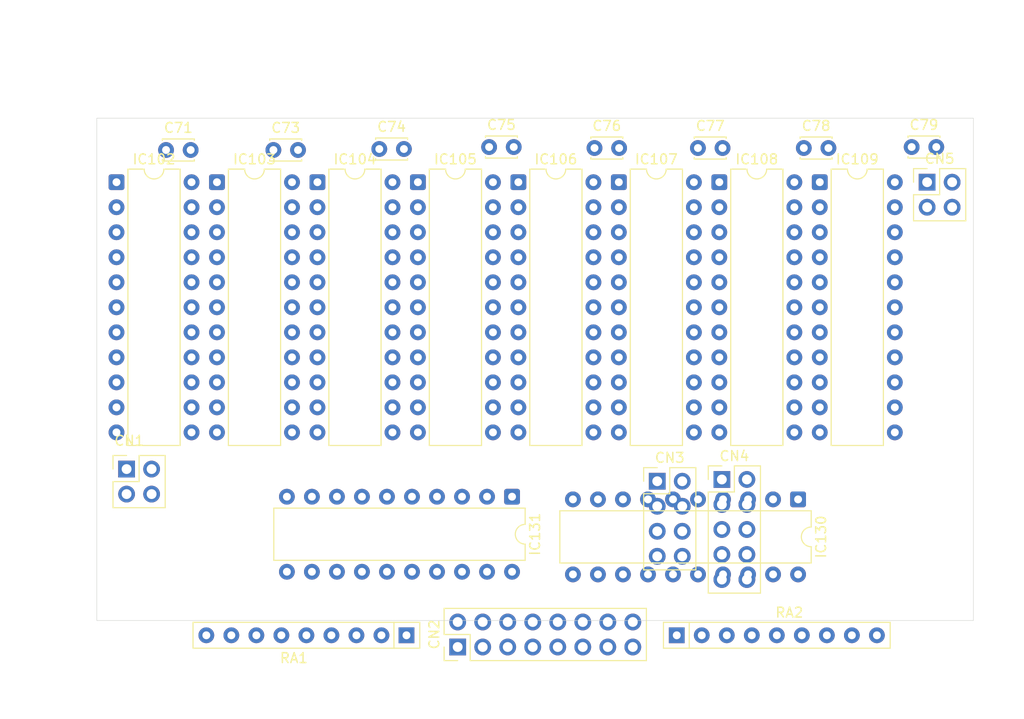
<source format=kicad_pcb>
(kicad_pcb (version 20241229) (generator "pcbnew") (generator_version "9.0")
  (layers (0 "F.Cu" signal) (2 "B.Cu" signal) (13 "F.Paste" user) (15 "B.Paste" user) (5 "F.SilkS" user "F.Silkscreen") (7 "B.SilkS" user "B.Silkscreen") (1 "F.Mask" user) (3 "B.Mask" user) (25 "Edge.Cuts" user))
  (net 0 "")
  (net 1 "/~{CS}")
  (net 2 "/A4")
  (net 3 "GND")
  (net 4 "/A7")
  (net 5 "/A3")
  (net 6 "/A6")
  (net 7 "/A0")
  (net 8 "/A9")
  (net 9 "/A8")
  (net 10 "/DOUT0")
  (net 11 "/A2")
  (net 12 "/A1")
  (net 13 "/A5")
  (net 14 "/DIN0")
  (net 15 "/~{WE}")
  (net 16 "/A10")
  (net 17 "/DOUT1")
  (net 18 "/DIN1")
  (net 19 "/DIN2")
  (net 20 "/DOUT2")
  (net 21 "/DOUT3")
  (net 22 "/DIN3")
  (net 23 "/DOUT4")
  (net 24 "/DIN4")
  (net 25 "/DIN5")
  (net 26 "/DOUT5")
  (net 27 "/DIN6")
  (net 28 "/DOUT6")
  (net 29 "/DOUT7")
  (net 30 "/DIN7")
  (net 31 "/EXT_A12")
  (net 32 "/EXT_A8")
  (net 33 "/EXT_A10")
  (net 34 "/EXT_A11")
  (net 35 "/EXT_A9")
  (net 36 "/+5V_1")
  (net 37 "/EXT_A15")
  (net 38 "/EXT_A13")
  (net 39 "/EXT_A14")
  (net 40 "/EXT_A1")
  (net 41 "/EXT_A5")
  (net 42 "/EXT_A2")
  (net 43 "/EXT_A6")
  (net 44 "/EXT_A3")
  (net 45 "/EXT_A7")
  (net 46 "/EXT_A4")
  (net 47 "/EXT_A0")
  (net 50 "/+5V_2")
  (net 51 "/A11")
  (net 52 "/A15")
  (net 53 "/A13")
  (net 54 "/A14")
  (net 55 "/A12")
  (footprint "Connector_PinHeader_2.54mm:PinHeader_2x02_P2.54mm_Vertical" (layer "F.Cu") (at 184.3 86.5)
    (property "Reference" "CN5" (at 1.27 -2.38 0) (layer "F.SilkS"))
    (property "Value" "Conn_02x02_Odd_Even")
    (pad "1" thru_hole rect (at 0 0) (size 1.7 1.7) (drill 1) (layers "*.Cu" "*.Mask") (net 50 "/+5V_2"))
    (pad "2" thru_hole circle (at 2.54 0) (size 1.7 1.7) (drill 1) (layers "*.Cu" "*.Mask") (net 36 "/+5V_1"))
    (pad "3" thru_hole circle (at 0 2.54) (size 1.7 1.7) (drill 1) (layers "*.Cu" "*.Mask") (net 3 "GND"))
    (pad "4" thru_hole circle (at 2.54 2.54) (size 1.7 1.7) (drill 1) (layers "*.Cu" "*.Mask") (net 3 "GND"))
  )
  (footprint "Package_DIP:DIP-22_W7.62mm" (layer "F.Cu") (at 173.4 86.5)
    (property "Reference" "IC109" (at 3.81 -2.33 0) (layer "F.SilkS"))
    (property "Value" "MB81C71")
    (pad "1" thru_hole roundrect (at 0 0) (size 1.6 1.6) (drill 0.8) (layers "*.Cu" "*.Mask") (roundrect_rratio 0.15625) (net 7 "/A0"))
    (pad "2" thru_hole circle (at 0 2.54) (size 1.6 1.6) (drill 0.8) (layers "*.Cu" "*.Mask") (net 12 "/A1"))
    (pad "3" thru_hole circle (at 0 5.08) (size 1.6 1.6) (drill 0.8) (layers "*.Cu" "*.Mask") (net 11 "/A2"))
    (pad "4" thru_hole circle (at 0 7.62) (size 1.6 1.6) (drill 0.8) (layers "*.Cu" "*.Mask") (net 5 "/A3"))
    (pad "5" thru_hole circle (at 0 10.16) (size 1.6 1.6) (drill 0.8) (layers "*.Cu" "*.Mask") (net 2 "/A4"))
    (pad "6" thru_hole circle (at 0 12.7) (size 1.6 1.6) (drill 0.8) (layers "*.Cu" "*.Mask") (net 13 "/A5"))
    (pad "7" thru_hole circle (at 0 15.24) (size 1.6 1.6) (drill 0.8) (layers "*.Cu" "*.Mask") (net 6 "/A6"))
    (pad "8" thru_hole circle (at 0 17.78) (size 1.6 1.6) (drill 0.8) (layers "*.Cu" "*.Mask") (net 4 "/A7"))
    (pad "9" thru_hole circle (at 0 20.32) (size 1.6 1.6) (drill 0.8) (layers "*.Cu" "*.Mask") (net 30 "/DIN7"))
    (pad "10" thru_hole circle (at 0 22.86) (size 1.6 1.6) (drill 0.8) (layers "*.Cu" "*.Mask") (net 1 "/~{CS}"))
    (pad "11" thru_hole circle (at 0 25.4) (size 1.6 1.6) (drill 0.8) (layers "*.Cu" "*.Mask") (net 3 "GND"))
    (pad "12" thru_hole circle (at 7.62 25.4) (size 1.6 1.6) (drill 0.8) (layers "*.Cu" "*.Mask") (net 15 "/~{WE}"))
    (pad "13" thru_hole circle (at 7.62 22.86) (size 1.6 1.6) (drill 0.8) (layers "*.Cu" "*.Mask") (net 29 "/DOUT7"))
    (pad "14" thru_hole circle (at 7.62 20.32) (size 1.6 1.6) (drill 0.8) (layers "*.Cu" "*.Mask") (net 9 "/A8"))
    (pad "15" thru_hole circle (at 7.62 17.78) (size 1.6 1.6) (drill 0.8) (layers "*.Cu" "*.Mask") (net 8 "/A9"))
    (pad "16" thru_hole circle (at 7.62 15.24) (size 1.6 1.6) (drill 0.8) (layers "*.Cu" "*.Mask") (net 16 "/A10"))
    (pad "17" thru_hole circle (at 7.62 12.7) (size 1.6 1.6) (drill 0.8) (layers "*.Cu" "*.Mask") (net 51 "/A11"))
    (pad "18" thru_hole circle (at 7.62 10.16) (size 1.6 1.6) (drill 0.8) (layers "*.Cu" "*.Mask") (net 55 "/A12"))
    (pad "19" thru_hole circle (at 7.62 7.62) (size 1.6 1.6) (drill 0.8) (layers "*.Cu" "*.Mask") (net 53 "/A13"))
    (pad "20" thru_hole circle (at 7.62 5.08) (size 1.6 1.6) (drill 0.8) (layers "*.Cu" "*.Mask") (net 54 "/A14"))
    (pad "21" thru_hole circle (at 7.62 2.54) (size 1.6 1.6) (drill 0.8) (layers "*.Cu" "*.Mask") (net 52 "/A15"))
    (pad "22" thru_hole circle (at 7.62 0) (size 1.6 1.6) (drill 0.8) (layers "*.Cu" "*.Mask") (net 50 "/+5V_2"))
  )
  (footprint "Capacitor_THT:C_Disc_D3.0mm_W2.0mm_P2.50mm" (layer "F.Cu") (at 161.03 83.03)
    (property "Reference" "C77" (at 1.25 -2.25 0) (layer "F.SilkS"))
    (property "Value" "100n")
    (pad "1" thru_hole circle (at 0 0) (size 1.6 1.6) (drill 0.8) (layers "*.Cu" "*.Mask") (net 3 "GND"))
    (pad "2" thru_hole circle (at 2.5 0) (size 1.6 1.6) (drill 0.8) (layers "*.Cu" "*.Mask") (net 50 "/+5V_2"))
  )
  (footprint "Package_DIP:DIP-22_W7.62mm" (layer "F.Cu") (at 153 86.5)
    (property "Reference" "IC107" (at 3.81 -2.33 0) (layer "F.SilkS"))
    (property "Value" "MB81C71")
    (pad "1" thru_hole roundrect (at 0 0) (size 1.6 1.6) (drill 0.8) (layers "*.Cu" "*.Mask") (roundrect_rratio 0.15625) (net 7 "/A0"))
    (pad "2" thru_hole circle (at 0 2.54) (size 1.6 1.6) (drill 0.8) (layers "*.Cu" "*.Mask") (net 12 "/A1"))
    (pad "3" thru_hole circle (at 0 5.08) (size 1.6 1.6) (drill 0.8) (layers "*.Cu" "*.Mask") (net 11 "/A2"))
    (pad "4" thru_hole circle (at 0 7.62) (size 1.6 1.6) (drill 0.8) (layers "*.Cu" "*.Mask") (net 5 "/A3"))
    (pad "5" thru_hole circle (at 0 10.16) (size 1.6 1.6) (drill 0.8) (layers "*.Cu" "*.Mask") (net 2 "/A4"))
    (pad "6" thru_hole circle (at 0 12.7) (size 1.6 1.6) (drill 0.8) (layers "*.Cu" "*.Mask") (net 13 "/A5"))
    (pad "7" thru_hole circle (at 0 15.24) (size 1.6 1.6) (drill 0.8) (layers "*.Cu" "*.Mask") (net 6 "/A6"))
    (pad "8" thru_hole circle (at 0 17.78) (size 1.6 1.6) (drill 0.8) (layers "*.Cu" "*.Mask") (net 4 "/A7"))
    (pad "9" thru_hole circle (at 0 20.32) (size 1.6 1.6) (drill 0.8) (layers "*.Cu" "*.Mask") (net 25 "/DIN5"))
    (pad "10" thru_hole circle (at 0 22.86) (size 1.6 1.6) (drill 0.8) (layers "*.Cu" "*.Mask") (net 1 "/~{CS}"))
    (pad "11" thru_hole circle (at 0 25.4) (size 1.6 1.6) (drill 0.8) (layers "*.Cu" "*.Mask") (net 3 "GND"))
    (pad "12" thru_hole circle (at 7.62 25.4) (size 1.6 1.6) (drill 0.8) (layers "*.Cu" "*.Mask") (net 15 "/~{WE}"))
    (pad "13" thru_hole circle (at 7.62 22.86) (size 1.6 1.6) (drill 0.8) (layers "*.Cu" "*.Mask") (net 26 "/DOUT5"))
    (pad "14" thru_hole circle (at 7.62 20.32) (size 1.6 1.6) (drill 0.8) (layers "*.Cu" "*.Mask") (net 9 "/A8"))
    (pad "15" thru_hole circle (at 7.62 17.78) (size 1.6 1.6) (drill 0.8) (layers "*.Cu" "*.Mask") (net 8 "/A9"))
    (pad "16" thru_hole circle (at 7.62 15.24) (size 1.6 1.6) (drill 0.8) (layers "*.Cu" "*.Mask") (net 16 "/A10"))
    (pad "17" thru_hole circle (at 7.62 12.7) (size 1.6 1.6) (drill 0.8) (layers "*.Cu" "*.Mask") (net 51 "/A11"))
    (pad "18" thru_hole circle (at 7.62 10.16) (size 1.6 1.6) (drill 0.8) (layers "*.Cu" "*.Mask") (net 55 "/A12"))
    (pad "19" thru_hole circle (at 7.62 7.62) (size 1.6 1.6) (drill 0.8) (layers "*.Cu" "*.Mask") (net 53 "/A13"))
    (pad "20" thru_hole circle (at 7.62 5.08) (size 1.6 1.6) (drill 0.8) (layers "*.Cu" "*.Mask") (net 54 "/A14"))
    (pad "21" thru_hole circle (at 7.62 2.54) (size 1.6 1.6) (drill 0.8) (layers "*.Cu" "*.Mask") (net 52 "/A15"))
    (pad "22" thru_hole circle (at 7.62 0) (size 1.6 1.6) (drill 0.8) (layers "*.Cu" "*.Mask") (net 50 "/+5V_2"))
  )
  (footprint "Capacitor_THT:C_Disc_D3.0mm_W2.0mm_P2.50mm" (layer "F.Cu") (at 150.53 83.03)
    (property "Reference" "C76" (at 1.25 -2.25 0) (layer "F.SilkS"))
    (property "Value" "100n")
    (pad "1" thru_hole circle (at 0 0) (size 1.6 1.6) (drill 0.8) (layers "*.Cu" "*.Mask") (net 3 "GND"))
    (pad "2" thru_hole circle (at 2.5 0) (size 1.6 1.6) (drill 0.8) (layers "*.Cu" "*.Mask") (net 50 "/+5V_2"))
  )
  (footprint "Capacitor_THT:C_Disc_D3.0mm_W2.0mm_P2.50mm" (layer "F.Cu") (at 182.73 82.93)
    (property "Reference" "C79" (at 1.25 -2.25 0) (layer "F.SilkS"))
    (property "Value" "100n")
    (pad "1" thru_hole circle (at 0 0) (size 1.6 1.6) (drill 0.8) (layers "*.Cu" "*.Mask") (net 3 "GND"))
    (pad "2" thru_hole circle (at 2.5 0) (size 1.6 1.6) (drill 0.8) (layers "*.Cu" "*.Mask") (net 50 "/+5V_2"))
  )
  (footprint "Package_DIP:DIP-22_W7.62mm" (layer "F.Cu") (at 102 86.5)
    (property "Reference" "IC102" (at 3.81 -2.33 0) (layer "F.SilkS"))
    (property "Value" "MB81C71")
    (pad "1" thru_hole roundrect (at 0 0) (size 1.6 1.6) (drill 0.8) (layers "*.Cu" "*.Mask") (roundrect_rratio 0.15625) (net 7 "/A0"))
    (pad "2" thru_hole circle (at 0 2.54) (size 1.6 1.6) (drill 0.8) (layers "*.Cu" "*.Mask") (net 12 "/A1"))
    (pad "3" thru_hole circle (at 0 5.08) (size 1.6 1.6) (drill 0.8) (layers "*.Cu" "*.Mask") (net 11 "/A2"))
    (pad "4" thru_hole circle (at 0 7.62) (size 1.6 1.6) (drill 0.8) (layers "*.Cu" "*.Mask") (net 5 "/A3"))
    (pad "5" thru_hole circle (at 0 10.16) (size 1.6 1.6) (drill 0.8) (layers "*.Cu" "*.Mask") (net 2 "/A4"))
    (pad "6" thru_hole circle (at 0 12.7) (size 1.6 1.6) (drill 0.8) (layers "*.Cu" "*.Mask") (net 13 "/A5"))
    (pad "7" thru_hole circle (at 0 15.24) (size 1.6 1.6) (drill 0.8) (layers "*.Cu" "*.Mask") (net 6 "/A6"))
    (pad "8" thru_hole circle (at 0 17.78) (size 1.6 1.6) (drill 0.8) (layers "*.Cu" "*.Mask") (net 4 "/A7"))
    (pad "9" thru_hole circle (at 0 20.32) (size 1.6 1.6) (drill 0.8) (layers "*.Cu" "*.Mask") (net 14 "/DIN0"))
    (pad "10" thru_hole circle (at 0 22.86) (size 1.6 1.6) (drill 0.8) (layers "*.Cu" "*.Mask") (net 1 "/~{CS}"))
    (pad "11" thru_hole circle (at 0 25.4) (size 1.6 1.6) (drill 0.8) (layers "*.Cu" "*.Mask") (net 3 "GND"))
    (pad "12" thru_hole circle (at 7.62 25.4) (size 1.6 1.6) (drill 0.8) (layers "*.Cu" "*.Mask") (net 15 "/~{WE}"))
    (pad "13" thru_hole circle (at 7.62 22.86) (size 1.6 1.6) (drill 0.8) (layers "*.Cu" "*.Mask") (net 10 "/DOUT0"))
    (pad "14" thru_hole circle (at 7.62 20.32) (size 1.6 1.6) (drill 0.8) (layers "*.Cu" "*.Mask") (net 9 "/A8"))
    (pad "15" thru_hole circle (at 7.62 17.78) (size 1.6 1.6) (drill 0.8) (layers "*.Cu" "*.Mask") (net 8 "/A9"))
    (pad "16" thru_hole circle (at 7.62 15.24) (size 1.6 1.6) (drill 0.8) (layers "*.Cu" "*.Mask") (net 16 "/A10"))
    (pad "17" thru_hole circle (at 7.62 12.7) (size 1.6 1.6) (drill 0.8) (layers "*.Cu" "*.Mask") (net 51 "/A11"))
    (pad "18" thru_hole circle (at 7.62 10.16) (size 1.6 1.6) (drill 0.8) (layers "*.Cu" "*.Mask") (net 55 "/A12"))
    (pad "19" thru_hole circle (at 7.62 7.62) (size 1.6 1.6) (drill 0.8) (layers "*.Cu" "*.Mask") (net 53 "/A13"))
    (pad "20" thru_hole circle (at 7.62 5.08) (size 1.6 1.6) (drill 0.8) (layers "*.Cu" "*.Mask") (net 54 "/A14"))
    (pad "21" thru_hole circle (at 7.62 2.54) (size 1.6 1.6) (drill 0.8) (layers "*.Cu" "*.Mask") (net 52 "/A15"))
    (pad "22" thru_hole circle (at 7.62 0) (size 1.6 1.6) (drill 0.8) (layers "*.Cu" "*.Mask") (net 36 "/+5V_1"))
  )
  (footprint "Package_DIP:DIP-22_W7.62mm" (layer "F.Cu") (at 142.8 86.5)
    (property "Reference" "IC106" (at 3.81 -2.33 0) (layer "F.SilkS"))
    (property "Value" "MB81C71")
    (pad "1" thru_hole roundrect (at 0 0) (size 1.6 1.6) (drill 0.8) (layers "*.Cu" "*.Mask") (roundrect_rratio 0.15625) (net 7 "/A0"))
    (pad "2" thru_hole circle (at 0 2.54) (size 1.6 1.6) (drill 0.8) (layers "*.Cu" "*.Mask") (net 12 "/A1"))
    (pad "3" thru_hole circle (at 0 5.08) (size 1.6 1.6) (drill 0.8) (layers "*.Cu" "*.Mask") (net 11 "/A2"))
    (pad "4" thru_hole circle (at 0 7.62) (size 1.6 1.6) (drill 0.8) (layers "*.Cu" "*.Mask") (net 5 "/A3"))
    (pad "5" thru_hole circle (at 0 10.16) (size 1.6 1.6) (drill 0.8) (layers "*.Cu" "*.Mask") (net 2 "/A4"))
    (pad "6" thru_hole circle (at 0 12.7) (size 1.6 1.6) (drill 0.8) (layers "*.Cu" "*.Mask") (net 13 "/A5"))
    (pad "7" thru_hole circle (at 0 15.24) (size 1.6 1.6) (drill 0.8) (layers "*.Cu" "*.Mask") (net 6 "/A6"))
    (pad "8" thru_hole circle (at 0 17.78) (size 1.6 1.6) (drill 0.8) (layers "*.Cu" "*.Mask") (net 4 "/A7"))
    (pad "9" thru_hole circle (at 0 20.32) (size 1.6 1.6) (drill 0.8) (layers "*.Cu" "*.Mask") (net 24 "/DIN4"))
    (pad "10" thru_hole circle (at 0 22.86) (size 1.6 1.6) (drill 0.8) (layers "*.Cu" "*.Mask") (net 1 "/~{CS}"))
    (pad "11" thru_hole circle (at 0 25.4) (size 1.6 1.6) (drill 0.8) (layers "*.Cu" "*.Mask") (net 3 "GND"))
    (pad "12" thru_hole circle (at 7.62 25.4) (size 1.6 1.6) (drill 0.8) (layers "*.Cu" "*.Mask") (net 15 "/~{WE}"))
    (pad "13" thru_hole circle (at 7.62 22.86) (size 1.6 1.6) (drill 0.8) (layers "*.Cu" "*.Mask") (net 23 "/DOUT4"))
    (pad "14" thru_hole circle (at 7.62 20.32) (size 1.6 1.6) (drill 0.8) (layers "*.Cu" "*.Mask") (net 9 "/A8"))
    (pad "15" thru_hole circle (at 7.62 17.78) (size 1.6 1.6) (drill 0.8) (layers "*.Cu" "*.Mask") (net 8 "/A9"))
    (pad "16" thru_hole circle (at 7.62 15.24) (size 1.6 1.6) (drill 0.8) (layers "*.Cu" "*.Mask") (net 16 "/A10"))
    (pad "17" thru_hole circle (at 7.62 12.7) (size 1.6 1.6) (drill 0.8) (layers "*.Cu" "*.Mask") (net 51 "/A11"))
    (pad "18" thru_hole circle (at 7.62 10.16) (size 1.6 1.6) (drill 0.8) (layers "*.Cu" "*.Mask") (net 55 "/A12"))
    (pad "19" thru_hole circle (at 7.62 7.62) (size 1.6 1.6) (drill 0.8) (layers "*.Cu" "*.Mask") (net 53 "/A13"))
    (pad "20" thru_hole circle (at 7.62 5.08) (size 1.6 1.6) (drill 0.8) (layers "*.Cu" "*.Mask") (net 54 "/A14"))
    (pad "21" thru_hole circle (at 7.62 2.54) (size 1.6 1.6) (drill 0.8) (layers "*.Cu" "*.Mask") (net 52 "/A15"))
    (pad "22" thru_hole circle (at 7.62 0) (size 1.6 1.6) (drill 0.8) (layers "*.Cu" "*.Mask") (net 50 "/+5V_2"))
  )
  (footprint "Package_DIP:DIP-22_W7.62mm" (layer "F.Cu") (at 132.6 86.5)
    (property "Reference" "IC105" (at 3.81 -2.33 0) (layer "F.SilkS"))
    (property "Value" "MB81C71")
    (pad "1" thru_hole roundrect (at 0 0) (size 1.6 1.6) (drill 0.8) (layers "*.Cu" "*.Mask") (roundrect_rratio 0.15625) (net 7 "/A0"))
    (pad "2" thru_hole circle (at 0 2.54) (size 1.6 1.6) (drill 0.8) (layers "*.Cu" "*.Mask") (net 12 "/A1"))
    (pad "3" thru_hole circle (at 0 5.08) (size 1.6 1.6) (drill 0.8) (layers "*.Cu" "*.Mask") (net 11 "/A2"))
    (pad "4" thru_hole circle (at 0 7.62) (size 1.6 1.6) (drill 0.8) (layers "*.Cu" "*.Mask") (net 5 "/A3"))
    (pad "5" thru_hole circle (at 0 10.16) (size 1.6 1.6) (drill 0.8) (layers "*.Cu" "*.Mask") (net 2 "/A4"))
    (pad "6" thru_hole circle (at 0 12.7) (size 1.6 1.6) (drill 0.8) (layers "*.Cu" "*.Mask") (net 13 "/A5"))
    (pad "7" thru_hole circle (at 0 15.24) (size 1.6 1.6) (drill 0.8) (layers "*.Cu" "*.Mask") (net 6 "/A6"))
    (pad "8" thru_hole circle (at 0 17.78) (size 1.6 1.6) (drill 0.8) (layers "*.Cu" "*.Mask") (net 4 "/A7"))
    (pad "9" thru_hole circle (at 0 20.32) (size 1.6 1.6) (drill 0.8) (layers "*.Cu" "*.Mask") (net 22 "/DIN3"))
    (pad "10" thru_hole circle (at 0 22.86) (size 1.6 1.6) (drill 0.8) (layers "*.Cu" "*.Mask") (net 1 "/~{CS}"))
    (pad "11" thru_hole circle (at 0 25.4) (size 1.6 1.6) (drill 0.8) (layers "*.Cu" "*.Mask") (net 3 "GND"))
    (pad "12" thru_hole circle (at 7.62 25.4) (size 1.6 1.6) (drill 0.8) (layers "*.Cu" "*.Mask") (net 15 "/~{WE}"))
    (pad "13" thru_hole circle (at 7.62 22.86) (size 1.6 1.6) (drill 0.8) (layers "*.Cu" "*.Mask") (net 21 "/DOUT3"))
    (pad "14" thru_hole circle (at 7.62 20.32) (size 1.6 1.6) (drill 0.8) (layers "*.Cu" "*.Mask") (net 9 "/A8"))
    (pad "15" thru_hole circle (at 7.62 17.78) (size 1.6 1.6) (drill 0.8) (layers "*.Cu" "*.Mask") (net 8 "/A9"))
    (pad "16" thru_hole circle (at 7.62 15.24) (size 1.6 1.6) (drill 0.8) (layers "*.Cu" "*.Mask") (net 16 "/A10"))
    (pad "17" thru_hole circle (at 7.62 12.7) (size 1.6 1.6) (drill 0.8) (layers "*.Cu" "*.Mask") (net 51 "/A11"))
    (pad "18" thru_hole circle (at 7.62 10.16) (size 1.6 1.6) (drill 0.8) (layers "*.Cu" "*.Mask") (net 55 "/A12"))
    (pad "19" thru_hole circle (at 7.62 7.62) (size 1.6 1.6) (drill 0.8) (layers "*.Cu" "*.Mask") (net 53 "/A13"))
    (pad "20" thru_hole circle (at 7.62 5.08) (size 1.6 1.6) (drill 0.8) (layers "*.Cu" "*.Mask") (net 54 "/A14"))
    (pad "21" thru_hole circle (at 7.62 2.54) (size 1.6 1.6) (drill 0.8) (layers "*.Cu" "*.Mask") (net 52 "/A15"))
    (pad "22" thru_hole circle (at 7.62 0) (size 1.6 1.6) (drill 0.8) (layers "*.Cu" "*.Mask") (net 36 "/+5V_1"))
  )
  (footprint "Package_DIP:DIP-22_W7.62mm" (layer "F.Cu") (at 112.2 86.5)
    (property "Reference" "IC103" (at 3.81 -2.33 0) (layer "F.SilkS"))
    (property "Value" "MB81C71")
    (pad "1" thru_hole roundrect (at 0 0) (size 1.6 1.6) (drill 0.8) (layers "*.Cu" "*.Mask") (roundrect_rratio 0.15625) (net 7 "/A0"))
    (pad "2" thru_hole circle (at 0 2.54) (size 1.6 1.6) (drill 0.8) (layers "*.Cu" "*.Mask") (net 12 "/A1"))
    (pad "3" thru_hole circle (at 0 5.08) (size 1.6 1.6) (drill 0.8) (layers "*.Cu" "*.Mask") (net 11 "/A2"))
    (pad "4" thru_hole circle (at 0 7.62) (size 1.6 1.6) (drill 0.8) (layers "*.Cu" "*.Mask") (net 5 "/A3"))
    (pad "5" thru_hole circle (at 0 10.16) (size 1.6 1.6) (drill 0.8) (layers "*.Cu" "*.Mask") (net 2 "/A4"))
    (pad "6" thru_hole circle (at 0 12.7) (size 1.6 1.6) (drill 0.8) (layers "*.Cu" "*.Mask") (net 13 "/A5"))
    (pad "7" thru_hole circle (at 0 15.24) (size 1.6 1.6) (drill 0.8) (layers "*.Cu" "*.Mask") (net 6 "/A6"))
    (pad "8" thru_hole circle (at 0 17.78) (size 1.6 1.6) (drill 0.8) (layers "*.Cu" "*.Mask") (net 4 "/A7"))
    (pad "9" thru_hole circle (at 0 20.32) (size 1.6 1.6) (drill 0.8) (layers "*.Cu" "*.Mask") (net 18 "/DIN1"))
    (pad "10" thru_hole circle (at 0 22.86) (size 1.6 1.6) (drill 0.8) (layers "*.Cu" "*.Mask") (net 1 "/~{CS}"))
    (pad "11" thru_hole circle (at 0 25.4) (size 1.6 1.6) (drill 0.8) (layers "*.Cu" "*.Mask") (net 3 "GND"))
    (pad "12" thru_hole circle (at 7.62 25.4) (size 1.6 1.6) (drill 0.8) (layers "*.Cu" "*.Mask") (net 15 "/~{WE}"))
    (pad "13" thru_hole circle (at 7.62 22.86) (size 1.6 1.6) (drill 0.8) (layers "*.Cu" "*.Mask") (net 17 "/DOUT1"))
    (pad "14" thru_hole circle (at 7.62 20.32) (size 1.6 1.6) (drill 0.8) (layers "*.Cu" "*.Mask") (net 9 "/A8"))
    (pad "15" thru_hole circle (at 7.62 17.78) (size 1.6 1.6) (drill 0.8) (layers "*.Cu" "*.Mask") (net 8 "/A9"))
    (pad "16" thru_hole circle (at 7.62 15.24) (size 1.6 1.6) (drill 0.8) (layers "*.Cu" "*.Mask") (net 16 "/A10"))
    (pad "17" thru_hole circle (at 7.62 12.7) (size 1.6 1.6) (drill 0.8) (layers "*.Cu" "*.Mask") (net 51 "/A11"))
    (pad "18" thru_hole circle (at 7.62 10.16) (size 1.6 1.6) (drill 0.8) (layers "*.Cu" "*.Mask") (net 55 "/A12"))
    (pad "19" thru_hole circle (at 7.62 7.62) (size 1.6 1.6) (drill 0.8) (layers "*.Cu" "*.Mask") (net 53 "/A13"))
    (pad "20" thru_hole circle (at 7.62 5.08) (size 1.6 1.6) (drill 0.8) (layers "*.Cu" "*.Mask") (net 54 "/A14"))
    (pad "21" thru_hole circle (at 7.62 2.54) (size 1.6 1.6) (drill 0.8) (layers "*.Cu" "*.Mask") (net 52 "/A15"))
    (pad "22" thru_hole circle (at 7.62 0) (size 1.6 1.6) (drill 0.8) (layers "*.Cu" "*.Mask") (net 36 "/+5V_1"))
  )
  (footprint "Connector_PinHeader_2.54mm:PinHeader_2x04_P2.54mm_Vertical" (layer "F.Cu") (at 156.9 116.86)
    (property "Reference" "CN3" (at 1.27 -2.38 0) (layer "F.SilkS"))
    (property "Value" "Conn_02x04_Odd_Even")
    (pad "1" thru_hole rect (at 0 0) (size 1.7 1.7) (drill 1) (layers "*.Cu" "*.Mask") (net 17 "/DOUT1"))
    (pad "2" thru_hole circle (at 2.54 0) (size 1.7 1.7) (drill 1) (layers "*.Cu" "*.Mask") (net 10 "/DOUT0"))
    (pad "3" thru_hole circle (at 0 2.54) (size 1.7 1.7) (drill 1) (layers "*.Cu" "*.Mask") (net 21 "/DOUT3"))
    (pad "4" thru_hole circle (at 2.54 2.54) (size 1.7 1.7) (drill 1) (layers "*.Cu" "*.Mask") (net 20 "/DOUT2"))
    (pad "5" thru_hole circle (at 0 5.08) (size 1.7 1.7) (drill 1) (layers "*.Cu" "*.Mask") (net 26 "/DOUT5"))
    (pad "6" thru_hole circle (at 2.54 5.08) (size 1.7 1.7) (drill 1) (layers "*.Cu" "*.Mask") (net 23 "/DOUT4"))
    (pad "7" thru_hole circle (at 0 7.62) (size 1.7 1.7) (drill 1) (layers "*.Cu" "*.Mask") (net 29 "/DOUT7"))
    (pad "8" thru_hole circle (at 2.54 7.62) (size 1.7 1.7) (drill 1) (layers "*.Cu" "*.Mask") (net 28 "/DOUT6"))
  )
  (footprint "Package_DIP:DIP-22_W7.62mm" (layer "F.Cu") (at 163.2 86.5)
    (property "Reference" "IC108" (at 3.81 -2.33 0) (layer "F.SilkS"))
    (property "Value" "MB81C71")
    (pad "1" thru_hole roundrect (at 0 0) (size 1.6 1.6) (drill 0.8) (layers "*.Cu" "*.Mask") (roundrect_rratio 0.15625) (net 7 "/A0"))
    (pad "2" thru_hole circle (at 0 2.54) (size 1.6 1.6) (drill 0.8) (layers "*.Cu" "*.Mask") (net 12 "/A1"))
    (pad "3" thru_hole circle (at 0 5.08) (size 1.6 1.6) (drill 0.8) (layers "*.Cu" "*.Mask") (net 11 "/A2"))
    (pad "4" thru_hole circle (at 0 7.62) (size 1.6 1.6) (drill 0.8) (layers "*.Cu" "*.Mask") (net 5 "/A3"))
    (pad "5" thru_hole circle (at 0 10.16) (size 1.6 1.6) (drill 0.8) (layers "*.Cu" "*.Mask") (net 2 "/A4"))
    (pad "6" thru_hole circle (at 0 12.7) (size 1.6 1.6) (drill 0.8) (layers "*.Cu" "*.Mask") (net 13 "/A5"))
    (pad "7" thru_hole circle (at 0 15.24) (size 1.6 1.6) (drill 0.8) (layers "*.Cu" "*.Mask") (net 6 "/A6"))
    (pad "8" thru_hole circle (at 0 17.78) (size 1.6 1.6) (drill 0.8) (layers "*.Cu" "*.Mask") (net 4 "/A7"))
    (pad "9" thru_hole circle (at 0 20.32) (size 1.6 1.6) (drill 0.8) (layers "*.Cu" "*.Mask") (net 27 "/DIN6"))
    (pad "10" thru_hole circle (at 0 22.86) (size 1.6 1.6) (drill 0.8) (layers "*.Cu" "*.Mask") (net 1 "/~{CS}"))
    (pad "11" thru_hole circle (at 0 25.4) (size 1.6 1.6) (drill 0.8) (layers "*.Cu" "*.Mask") (net 3 "GND"))
    (pad "12" thru_hole circle (at 7.62 25.4) (size 1.6 1.6) (drill 0.8) (layers "*.Cu" "*.Mask") (net 15 "/~{WE}"))
    (pad "13" thru_hole circle (at 7.62 22.86) (size 1.6 1.6) (drill 0.8) (layers "*.Cu" "*.Mask") (net 28 "/DOUT6"))
    (pad "14" thru_hole circle (at 7.62 20.32) (size 1.6 1.6) (drill 0.8) (layers "*.Cu" "*.Mask") (net 9 "/A8"))
    (pad "15" thru_hole circle (at 7.62 17.78) (size 1.6 1.6) (drill 0.8) (layers "*.Cu" "*.Mask") (net 8 "/A9"))
    (pad "16" thru_hole circle (at 7.62 15.24) (size 1.6 1.6) (drill 0.8) (layers "*.Cu" "*.Mask") (net 16 "/A10"))
    (pad "17" thru_hole circle (at 7.62 12.7) (size 1.6 1.6) (drill 0.8) (layers "*.Cu" "*.Mask") (net 51 "/A11"))
    (pad "18" thru_hole circle (at 7.62 10.16) (size 1.6 1.6) (drill 0.8) (layers "*.Cu" "*.Mask") (net 55 "/A12"))
    (pad "19" thru_hole circle (at 7.62 7.62) (size 1.6 1.6) (drill 0.8) (layers "*.Cu" "*.Mask") (net 53 "/A13"))
    (pad "20" thru_hole circle (at 7.62 5.08) (size 1.6 1.6) (drill 0.8) (layers "*.Cu" "*.Mask") (net 54 "/A14"))
    (pad "21" thru_hole circle (at 7.62 2.54) (size 1.6 1.6) (drill 0.8) (layers "*.Cu" "*.Mask") (net 52 "/A15"))
    (pad "22" thru_hole circle (at 7.62 0) (size 1.6 1.6) (drill 0.8) (layers "*.Cu" "*.Mask") (net 50 "/+5V_2"))
  )
  (footprint "Resistor_THT:R_Array_SIP9" (layer "F.Cu") (at 158.88 132.5)
    (property "Reference" "RA2" (at 11.43 -2.31 0) (layer "F.SilkS"))
    (property "Value" "47k")
    (pad "1" thru_hole rect (at 0 0) (size 1.6 1.6) (drill 0.8) (layers "*.Cu" "*.Mask") (net 36 "/+5V_1"))
    (pad "2" thru_hole circle (at 2.54 0) (size 1.6 1.6) (drill 0.8) (layers "*.Cu" "*.Mask") (net 45 "/EXT_A7"))
    (pad "3" thru_hole circle (at 5.08 0) (size 1.6 1.6) (drill 0.8) (layers "*.Cu" "*.Mask") (net 43 "/EXT_A6"))
    (pad "4" thru_hole circle (at 7.62 0) (size 1.6 1.6) (drill 0.8) (layers "*.Cu" "*.Mask") (net 41 "/EXT_A5"))
    (pad "5" thru_hole circle (at 10.16 0) (size 1.6 1.6) (drill 0.8) (layers "*.Cu" "*.Mask") (net 46 "/EXT_A4"))
    (pad "6" thru_hole circle (at 12.7 0) (size 1.6 1.6) (drill 0.8) (layers "*.Cu" "*.Mask") (net 44 "/EXT_A3"))
    (pad "7" thru_hole circle (at 15.24 0) (size 1.6 1.6) (drill 0.8) (layers "*.Cu" "*.Mask") (net 42 "/EXT_A2"))
    (pad "8" thru_hole circle (at 17.78 0) (size 1.6 1.6) (drill 0.8) (layers "*.Cu" "*.Mask") (net 40 "/EXT_A1"))
    (pad "9" thru_hole circle (at 20.32 0) (size 1.6 1.6) (drill 0.8) (layers "*.Cu" "*.Mask") (net 47 "/EXT_A0"))
  )
  (footprint "Connector_PinHeader_2.54mm:PinHeader_2x02_P2.54mm_Vertical" (layer "F.Cu") (at 103.025 115.625)
    (property "Reference" "CN1" (at 0.27 -2.88 0) (layer "F.SilkS"))
    (property "Value" "Conn_02x02_Odd_Even")
    (pad "1" thru_hole rect (at 0 0) (size 1.7 1.7) (drill 1) (layers "*.Cu" "*.Mask"))
    (pad "2" thru_hole circle (at 2.54 0) (size 1.7 1.7) (drill 1) (layers "*.Cu" "*.Mask"))
    (pad "3" thru_hole circle (at 0 2.54) (size 1.7 1.7) (drill 1) (layers "*.Cu" "*.Mask") (net 12 "/A1"))
    (pad "4" thru_hole circle (at 2.54 2.54) (size 1.7 1.7) (drill 1) (layers "*.Cu" "*.Mask") (net 7 "/A0"))
  )
  (footprint "Package_DIP:DIP-20_W7.62mm" (layer "F.Cu") (at 142.16 118.43 -90)
    (property "Reference" "IC131" (at 3.81 -2.33 90) (layer "F.SilkS"))
    (property "Value" "74HC245")
    (pad "1" thru_hole roundrect (at 0 0 270) (size 1.6 1.6) (drill 0.8) (layers "*.Cu" "*.Mask") (roundrect_rratio 0.15625) (net 36 "/+5V_1"))
    (pad "2" thru_hole circle (at 0 2.54 270) (size 1.6 1.6) (drill 0.8) (layers "*.Cu" "*.Mask") (net 32 "/EXT_A8"))
    (pad "3" thru_hole circle (at 0 5.08 270) (size 1.6 1.6) (drill 0.8) (layers "*.Cu" "*.Mask") (net 35 "/EXT_A9"))
    (pad "4" thru_hole circle (at 0 7.62 270) (size 1.6 1.6) (drill 0.8) (layers "*.Cu" "*.Mask") (net 33 "/EXT_A10"))
    (pad "5" thru_hole circle (at 0 10.16 270) (size 1.6 1.6) (drill 0.8) (layers "*.Cu" "*.Mask") (net 34 "/EXT_A11"))
    (pad "6" thru_hole circle (at 0 12.7 270) (size 1.6 1.6) (drill 0.8) (layers "*.Cu" "*.Mask") (net 31 "/EXT_A12"))
    (pad "7" thru_hole circle (at 0 15.24 270) (size 1.6 1.6) (drill 0.8) (layers "*.Cu" "*.Mask") (net 38 "/EXT_A13"))
    (pad "8" thru_hole circle (at 0 17.78 270) (size 1.6 1.6) (drill 0.8) (layers "*.Cu" "*.Mask") (net 39 "/EXT_A14"))
    (pad "9" thru_hole circle (at 0 20.32 270) (size 1.6 1.6) (drill 0.8) (layers "*.Cu" "*.Mask") (net 37 "/EXT_A15"))
    (pad "10" thru_hole circle (at 0 22.86 270) (size 1.6 1.6) (drill 0.8) (layers "*.Cu" "*.Mask") (net 3 "GND"))
    (pad "11" thru_hole circle (at 7.62 22.86 270) (size 1.6 1.6) (drill 0.8) (layers "*.Cu" "*.Mask") (net 52 "/A15"))
    (pad "12" thru_hole circle (at 7.62 20.32 270) (size 1.6 1.6) (drill 0.8) (layers "*.Cu" "*.Mask") (net 54 "/A14"))
    (pad "13" thru_hole circle (at 7.62 17.78 270) (size 1.6 1.6) (drill 0.8) (layers "*.Cu" "*.Mask") (net 53 "/A13"))
    (pad "14" thru_hole circle (at 7.62 15.24 270) (size 1.6 1.6) (drill 0.8) (layers "*.Cu" "*.Mask") (net 55 "/A12"))
    (pad "15" thru_hole circle (at 7.62 12.7 270) (size 1.6 1.6) (drill 0.8) (layers "*.Cu" "*.Mask") (net 51 "/A11"))
    (pad "16" thru_hole circle (at 7.62 10.16 270) (size 1.6 1.6) (drill 0.8) (layers "*.Cu" "*.Mask") (net 16 "/A10"))
    (pad "17" thru_hole circle (at 7.62 7.62 270) (size 1.6 1.6) (drill 0.8) (layers "*.Cu" "*.Mask") (net 8 "/A9"))
    (pad "18" thru_hole circle (at 7.62 5.08 270) (size 1.6 1.6) (drill 0.8) (layers "*.Cu" "*.Mask") (net 9 "/A8"))
    (pad "19" thru_hole circle (at 7.62 2.54 270) (size 1.6 1.6) (drill 0.8) (layers "*.Cu" "*.Mask") (net 3 "GND"))
    (pad "20" thru_hole circle (at 7.62 0 270) (size 1.6 1.6) (drill 0.8) (layers "*.Cu" "*.Mask") (net 36 "/+5V_1"))
  )
  (footprint "Package_DIP:DIP-20_W7.62mm" (layer "F.Cu") (at 171.2 118.7 -90)
    (property "Reference" "IC130" (at 3.81 -2.33 90) (layer "F.SilkS"))
    (property "Value" "74HC245")
    (pad "1" thru_hole roundrect (at 0 0 270) (size 1.6 1.6) (drill 0.8) (layers "*.Cu" "*.Mask") (roundrect_rratio 0.15625) (net 36 "/+5V_1"))
    (pad "2" thru_hole circle (at 0 2.54 270) (size 1.6 1.6) (drill 0.8) (layers "*.Cu" "*.Mask") (net 47 "/EXT_A0"))
    (pad "3" thru_hole circle (at 0 5.08 270) (size 1.6 1.6) (drill 0.8) (layers "*.Cu" "*.Mask") (net 40 "/EXT_A1"))
    (pad "4" thru_hole circle (at 0 7.62 270) (size 1.6 1.6) (drill 0.8) (layers "*.Cu" "*.Mask") (net 42 "/EXT_A2"))
    (pad "5" thru_hole circle (at 0 10.16 270) (size 1.6 1.6) (drill 0.8) (layers "*.Cu" "*.Mask") (net 44 "/EXT_A3"))
    (pad "6" thru_hole circle (at 0 12.7 270) (size 1.6 1.6) (drill 0.8) (layers "*.Cu" "*.Mask") (net 46 "/EXT_A4"))
    (pad "7" thru_hole circle (at 0 15.24 270) (size 1.6 1.6) (drill 0.8) (layers "*.Cu" "*.Mask") (net 41 "/EXT_A5"))
    (pad "8" thru_hole circle (at 0 17.78 270) (size 1.6 1.6) (drill 0.8) (layers "*.Cu" "*.Mask") (net 43 "/EXT_A6"))
    (pad "9" thru_hole circle (at 0 20.32 270) (size 1.6 1.6) (drill 0.8) (layers "*.Cu" "*.Mask") (net 45 "/EXT_A7"))
    (pad "10" thru_hole circle (at 0 22.86 270) (size 1.6 1.6) (drill 0.8) (layers "*.Cu" "*.Mask") (net 3 "GND"))
    (pad "11" thru_hole circle (at 7.62 22.86 270) (size 1.6 1.6) (drill 0.8) (layers "*.Cu" "*.Mask") (net 4 "/A7"))
    (pad "12" thru_hole circle (at 7.62 20.32 270) (size 1.6 1.6) (drill 0.8) (layers "*.Cu" "*.Mask") (net 6 "/A6"))
    (pad "13" thru_hole circle (at 7.62 17.78 270) (size 1.6 1.6) (drill 0.8) (layers "*.Cu" "*.Mask") (net 13 "/A5"))
    (pad "14" thru_hole circle (at 7.62 15.24 270) (size 1.6 1.6) (drill 0.8) (layers "*.Cu" "*.Mask") (net 2 "/A4"))
    (pad "15" thru_hole circle (at 7.62 12.7 270) (size 1.6 1.6) (drill 0.8) (layers "*.Cu" "*.Mask") (net 5 "/A3"))
    (pad "16" thru_hole circle (at 7.62 10.16 270) (size 1.6 1.6) (drill 0.8) (layers "*.Cu" "*.Mask") (net 11 "/A2"))
    (pad "17" thru_hole circle (at 7.62 7.62 270) (size 1.6 1.6) (drill 0.8) (layers "*.Cu" "*.Mask") (net 12 "/A1"))
    (pad "18" thru_hole circle (at 7.62 5.08 270) (size 1.6 1.6) (drill 0.8) (layers "*.Cu" "*.Mask") (net 7 "/A0"))
    (pad "19" thru_hole circle (at 7.62 2.54 270) (size 1.6 1.6) (drill 0.8) (layers "*.Cu" "*.Mask") (net 3 "GND"))
    (pad "20" thru_hole circle (at 7.62 0 270) (size 1.6 1.6) (drill 0.8) (layers "*.Cu" "*.Mask") (net 36 "/+5V_1"))
  )
  (footprint "Package_DIP:DIP-22_W7.62mm" (layer "F.Cu") (at 122.4 86.5)
    (property "Reference" "IC104" (at 3.81 -2.33 0) (layer "F.SilkS"))
    (property "Value" "MB81C71")
    (pad "1" thru_hole roundrect (at 0 0) (size 1.6 1.6) (drill 0.8) (layers "*.Cu" "*.Mask") (roundrect_rratio 0.15625) (net 7 "/A0"))
    (pad "2" thru_hole circle (at 0 2.54) (size 1.6 1.6) (drill 0.8) (layers "*.Cu" "*.Mask") (net 12 "/A1"))
    (pad "3" thru_hole circle (at 0 5.08) (size 1.6 1.6) (drill 0.8) (layers "*.Cu" "*.Mask") (net 11 "/A2"))
    (pad "4" thru_hole circle (at 0 7.62) (size 1.6 1.6) (drill 0.8) (layers "*.Cu" "*.Mask") (net 5 "/A3"))
    (pad "5" thru_hole circle (at 0 10.16) (size 1.6 1.6) (drill 0.8) (layers "*.Cu" "*.Mask") (net 2 "/A4"))
    (pad "6" thru_hole circle (at 0 12.7) (size 1.6 1.6) (drill 0.8) (layers "*.Cu" "*.Mask") (net 13 "/A5"))
    (pad "7" thru_hole circle (at 0 15.24) (size 1.6 1.6) (drill 0.8) (layers "*.Cu" "*.Mask") (net 6 "/A6"))
    (pad "8" thru_hole circle (at 0 17.78) (size 1.6 1.6) (drill 0.8) (layers "*.Cu" "*.Mask") (net 4 "/A7"))
    (pad "9" thru_hole circle (at 0 20.32) (size 1.6 1.6) (drill 0.8) (layers "*.Cu" "*.Mask") (net 19 "/DIN2"))
    (pad "10" thru_hole circle (at 0 22.86) (size 1.6 1.6) (drill 0.8) (layers "*.Cu" "*.Mask") (net 1 "/~{CS}"))
    (pad "11" thru_hole circle (at 0 25.4) (size 1.6 1.6) (drill 0.8) (layers "*.Cu" "*.Mask") (net 3 "GND"))
    (pad "12" thru_hole circle (at 7.62 25.4) (size 1.6 1.6) (drill 0.8) (layers "*.Cu" "*.Mask") (net 15 "/~{WE}"))
    (pad "13" thru_hole circle (at 7.62 22.86) (size 1.6 1.6) (drill 0.8) (layers "*.Cu" "*.Mask") (net 20 "/DOUT2"))
    (pad "14" thru_hole circle (at 7.62 20.32) (size 1.6 1.6) (drill 0.8) (layers "*.Cu" "*.Mask") (net 9 "/A8"))
    (pad "15" thru_hole circle (at 7.62 17.78) (size 1.6 1.6) (drill 0.8) (layers "*.Cu" "*.Mask") (net 8 "/A9"))
    (pad "16" thru_hole circle (at 7.62 15.24) (size 1.6 1.6) (drill 0.8) (layers "*.Cu" "*.Mask") (net 16 "/A10"))
    (pad "17" thru_hole circle (at 7.62 12.7) (size 1.6 1.6) (drill 0.8) (layers "*.Cu" "*.Mask") (net 51 "/A11"))
    (pad "18" thru_hole circle (at 7.62 10.16) (size 1.6 1.6) (drill 0.8) (layers "*.Cu" "*.Mask") (net 55 "/A12"))
    (pad "19" thru_hole circle (at 7.62 7.62) (size 1.6 1.6) (drill 0.8) (layers "*.Cu" "*.Mask") (net 53 "/A13"))
    (pad "20" thru_hole circle (at 7.62 5.08) (size 1.6 1.6) (drill 0.8) (layers "*.Cu" "*.Mask") (net 54 "/A14"))
    (pad "21" thru_hole circle (at 7.62 2.54) (size 1.6 1.6) (drill 0.8) (layers "*.Cu" "*.Mask") (net 52 "/A15"))
    (pad "22" thru_hole circle (at 7.62 0) (size 1.6 1.6) (drill 0.8) (layers "*.Cu" "*.Mask") (net 36 "/+5V_1"))
  )
  (footprint "Capacitor_THT:C_Disc_D3.0mm_W2.0mm_P2.50mm" (layer "F.Cu") (at 107.03 83.23)
    (property "Reference" "C71" (at 1.25 -2.25 0) (layer "F.SilkS"))
    (property "Value" "100n")
    (pad "1" thru_hole circle (at 0 0) (size 1.6 1.6) (drill 0.8) (layers "*.Cu" "*.Mask") (net 3 "GND"))
    (pad "2" thru_hole circle (at 2.5 0) (size 1.6 1.6) (drill 0.8) (layers "*.Cu" "*.Mask") (net 36 "/+5V_1"))
  )
  (footprint "Capacitor_THT:C_Disc_D3.0mm_W2.0mm_P2.50mm" (layer "F.Cu") (at 117.93 83.23)
    (property "Reference" "C73" (at 1.25 -2.25 0) (layer "F.SilkS"))
    (property "Value" "100n")
    (pad "1" thru_hole circle (at 0 0) (size 1.6 1.6) (drill 0.8) (layers "*.Cu" "*.Mask") (net 3 "GND"))
    (pad "2" thru_hole circle (at 2.5 0) (size 1.6 1.6) (drill 0.8) (layers "*.Cu" "*.Mask") (net 36 "/+5V_1"))
  )
  (footprint "Resistor_THT:R_Array_SIP9" (layer "F.Cu") (at 131.44 132.5 180)
    (property "Reference" "RA1" (at 11.43 -2.31 0) (layer "F.SilkS"))
    (property "Value" "47k")
    (pad "1" thru_hole rect (at 0 0 180) (size 1.6 1.6) (drill 0.8) (layers "*.Cu" "*.Mask") (net 36 "/+5V_1"))
    (pad "2" thru_hole circle (at 2.54 0 180) (size 1.6 1.6) (drill 0.8) (layers "*.Cu" "*.Mask") (net 32 "/EXT_A8"))
    (pad "3" thru_hole circle (at 5.08 0 180) (size 1.6 1.6) (drill 0.8) (layers "*.Cu" "*.Mask") (net 35 "/EXT_A9"))
    (pad "4" thru_hole circle (at 7.62 0 180) (size 1.6 1.6) (drill 0.8) (layers "*.Cu" "*.Mask") (net 33 "/EXT_A10"))
    (pad "5" thru_hole circle (at 10.16 0 180) (size 1.6 1.6) (drill 0.8) (layers "*.Cu" "*.Mask") (net 34 "/EXT_A11"))
    (pad "6" thru_hole circle (at 12.7 0 180) (size 1.6 1.6) (drill 0.8) (layers "*.Cu" "*.Mask") (net 31 "/EXT_A12"))
    (pad "7" thru_hole circle (at 15.24 0 180) (size 1.6 1.6) (drill 0.8) (layers "*.Cu" "*.Mask") (net 38 "/EXT_A13"))
    (pad "8" thru_hole circle (at 17.78 0 180) (size 1.6 1.6) (drill 0.8) (layers "*.Cu" "*.Mask") (net 39 "/EXT_A14"))
    (pad "9" thru_hole circle (at 20.32 0 180) (size 1.6 1.6) (drill 0.8) (layers "*.Cu" "*.Mask") (net 37 "/EXT_A15"))
  )
  (footprint "Connector_PinHeader_2.54mm:PinHeader_2x05_P2.54mm_Vertical" (layer "F.Cu") (at 163.46 116.68)
    (property "Reference" "CN4" (at 1.27 -2.38 0) (layer "F.SilkS"))
    (property "Value" "Conn_02x05_Odd_Even")
    (pad "1" thru_hole rect (at 0 0) (size 1.7 1.7) (drill 1) (layers "*.Cu" "*.Mask") (net 30 "/DIN7"))
    (pad "2" thru_hole circle (at 2.54 0) (size 1.7 1.7) (drill 1) (layers "*.Cu" "*.Mask") (net 15 "/~{WE}"))
    (pad "3" thru_hole circle (at 0 2.54) (size 1.7 1.7) (drill 1) (layers "*.Cu" "*.Mask") (net 25 "/DIN5"))
    (pad "4" thru_hole circle (at 2.54 2.54) (size 1.7 1.7) (drill 1) (layers "*.Cu" "*.Mask") (net 27 "/DIN6"))
    (pad "5" thru_hole circle (at 0 5.08) (size 1.7 1.7) (drill 1) (layers "*.Cu" "*.Mask") (net 22 "/DIN3"))
    (pad "6" thru_hole circle (at 2.54 5.08) (size 1.7 1.7) (drill 1) (layers "*.Cu" "*.Mask") (net 24 "/DIN4"))
    (pad "7" thru_hole circle (at 0 7.62) (size 1.7 1.7) (drill 1) (layers "*.Cu" "*.Mask") (net 18 "/DIN1"))
    (pad "8" thru_hole circle (at 2.54 7.62) (size 1.7 1.7) (drill 1) (layers "*.Cu" "*.Mask") (net 19 "/DIN2"))
    (pad "9" thru_hole circle (at 0 10.16) (size 1.7 1.7) (drill 1) (layers "*.Cu" "*.Mask") (net 1 "/~{CS}"))
    (pad "10" thru_hole circle (at 2.54 10.16) (size 1.7 1.7) (drill 1) (layers "*.Cu" "*.Mask") (net 14 "/DIN0"))
  )
  (footprint "Connector_PinHeader_2.54mm:PinHeader_2x08_P2.54mm_Vertical" (layer "F.Cu") (at 136.64 133.69 90)
    (property "Reference" "CN2" (at 1.27 -2.38 90) (layer "F.SilkS"))
    (property "Value" "Conn_02x08_Odd_Even")
    (pad "1" thru_hole rect (at 0 0 90) (size 1.7 1.7) (drill 1) (layers "*.Cu" "*.Mask") (net 39 "/EXT_A14"))
    (pad "2" thru_hole circle (at 2.54 0 90) (size 1.7 1.7) (drill 1) (layers "*.Cu" "*.Mask") (net 37 "/EXT_A15"))
    (pad "3" thru_hole circle (at 0 2.54 90) (size 1.7 1.7) (drill 1) (layers "*.Cu" "*.Mask") (net 31 "/EXT_A12"))
    (pad "4" thru_hole circle (at 2.54 2.54 90) (size 1.7 1.7) (drill 1) (layers "*.Cu" "*.Mask") (net 38 "/EXT_A13"))
    (pad "5" thru_hole circle (at 0 5.08 90) (size 1.7 1.7) (drill 1) (layers "*.Cu" "*.Mask") (net 33 "/EXT_A10"))
    (pad "6" thru_hole circle (at 2.54 5.08 90) (size 1.7 1.7) (drill 1) (layers "*.Cu" "*.Mask") (net 34 "/EXT_A11"))
    (pad "7" thru_hole circle (at 0 7.62 90) (size 1.7 1.7) (drill 1) (layers "*.Cu" "*.Mask") (net 32 "/EXT_A8"))
    (pad "8" thru_hole circle (at 2.54 7.62 90) (size 1.7 1.7) (drill 1) (layers "*.Cu" "*.Mask") (net 35 "/EXT_A9"))
    (pad "9" thru_hole circle (at 0 10.16 90) (size 1.7 1.7) (drill 1) (layers "*.Cu" "*.Mask") (net 43 "/EXT_A6"))
    (pad "10" thru_hole circle (at 2.54 10.16 90) (size 1.7 1.7) (drill 1) (layers "*.Cu" "*.Mask") (net 45 "/EXT_A7"))
    (pad "11" thru_hole circle (at 0 12.7 90) (size 1.7 1.7) (drill 1) (layers "*.Cu" "*.Mask") (net 46 "/EXT_A4"))
    (pad "12" thru_hole circle (at 2.54 12.7 90) (size 1.7 1.7) (drill 1) (layers "*.Cu" "*.Mask") (net 41 "/EXT_A5"))
    (pad "13" thru_hole circle (at 0 15.24 90) (size 1.7 1.7) (drill 1) (layers "*.Cu" "*.Mask") (net 42 "/EXT_A2"))
    (pad "14" thru_hole circle (at 2.54 15.24 90) (size 1.7 1.7) (drill 1) (layers "*.Cu" "*.Mask") (net 44 "/EXT_A3"))
    (pad "15" thru_hole circle (at 0 17.78 90) (size 1.7 1.7) (drill 1) (layers "*.Cu" "*.Mask") (net 47 "/EXT_A0"))
    (pad "16" thru_hole circle (at 2.54 17.78 90) (size 1.7 1.7) (drill 1) (layers "*.Cu" "*.Mask") (net 40 "/EXT_A1"))
  )
  (footprint "Capacitor_THT:C_Disc_D3.0mm_W2.0mm_P2.50mm" (layer "F.Cu") (at 128.68 83.13)
    (property "Reference" "C74" (at 1.25 -2.25 0) (layer "F.SilkS"))
    (property "Value" "100n")
    (pad "1" thru_hole circle (at 0 0) (size 1.6 1.6) (drill 0.8) (layers "*.Cu" "*.Mask") (net 3 "GND"))
    (pad "2" thru_hole circle (at 2.5 0) (size 1.6 1.6) (drill 0.8) (layers "*.Cu" "*.Mask") (net 36 "/+5V_1"))
  )
  (footprint "Capacitor_THT:C_Disc_D3.0mm_W2.0mm_P2.50mm" (layer "F.Cu") (at 171.78 83.03)
    (property "Reference" "C78" (at 1.25 -2.25 0) (layer "F.SilkS"))
    (property "Value" "100n")
    (pad "1" thru_hole circle (at 0 0) (size 1.6 1.6) (drill 0.8) (layers "*.Cu" "*.Mask") (net 3 "GND"))
    (pad "2" thru_hole circle (at 2.5 0) (size 1.6 1.6) (drill 0.8) (layers "*.Cu" "*.Mask") (net 50 "/+5V_2"))
  )
  (footprint "Capacitor_THT:C_Disc_D3.0mm_W2.0mm_P2.50mm" (layer "F.Cu") (at 139.83 82.93)
    (property "Reference" "C75" (at 1.25 -2.25 0) (layer "F.SilkS"))
    (property "Value" "100n")
    (pad "1" thru_hole circle (at 0 0) (size 1.6 1.6) (drill 0.8) (layers "*.Cu" "*.Mask") (net 3 "GND"))
    (pad "2" thru_hole circle (at 2.5 0) (size 1.6 1.6) (drill 0.8) (layers "*.Cu" "*.Mask") (net 36 "/+5V_1"))
  )
  (gr_rect (start 100 80) (end 189 131) (stroke (width 0.05)) (fill no) (layer "Edge.Cuts"))
)
</source>
